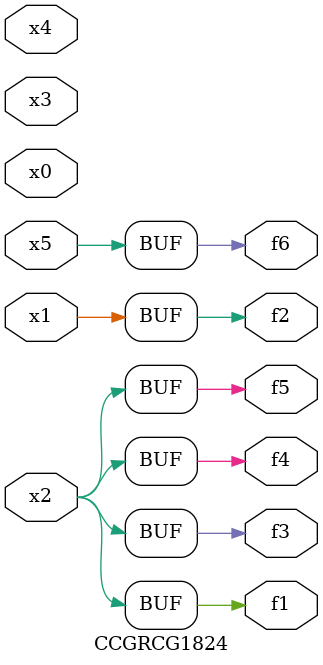
<source format=v>
module CCGRCG1824(
	input x0, x1, x2, x3, x4, x5,
	output f1, f2, f3, f4, f5, f6
);
	assign f1 = x2;
	assign f2 = x1;
	assign f3 = x2;
	assign f4 = x2;
	assign f5 = x2;
	assign f6 = x5;
endmodule

</source>
